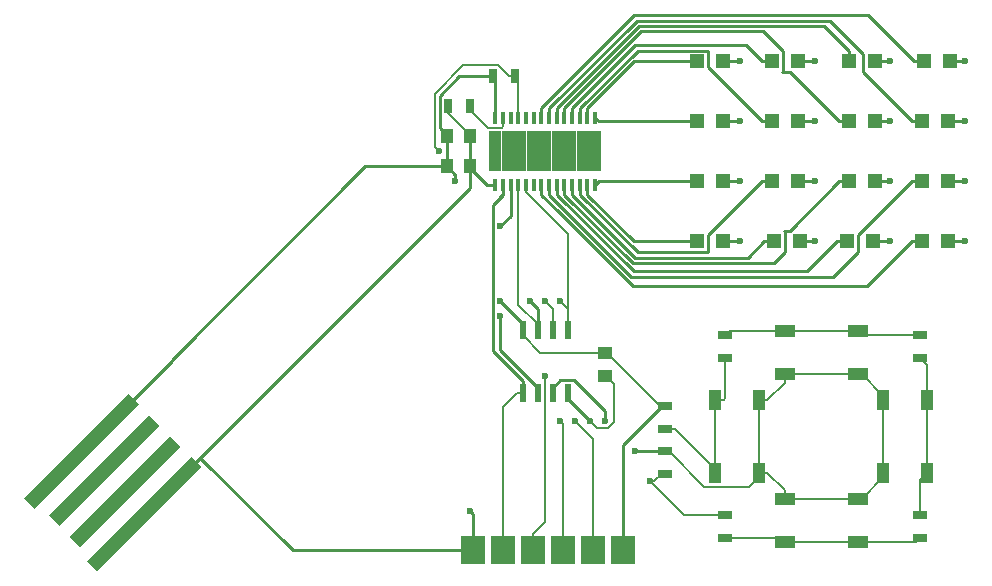
<source format=gtl>
G04 #@! TF.FileFunction,Copper,L1,Top,Signal*
%FSLAX46Y46*%
G04 Gerber Fmt 4.6, Leading zero omitted, Abs format (unit mm)*
G04 Created by KiCad (PCBNEW 4.0.7) date 09/22/17 17:03:54*
%MOMM*%
%LPD*%
G01*
G04 APERTURE LIST*
%ADD10C,0.100000*%
%ADD11R,0.700000X1.300000*%
%ADD12R,1.000000X1.250000*%
%ADD13R,1.200000X1.200000*%
%ADD14R,1.300000X0.700000*%
%ADD15R,1.100000X1.800000*%
%ADD16R,1.800000X1.100000*%
%ADD17R,0.600000X1.550000*%
%ADD18R,0.400000X1.100000*%
%ADD19R,1.100000X0.890000*%
%ADD20R,2.000000X2.400000*%
%ADD21R,1.250000X1.000000*%
%ADD22C,0.600000*%
%ADD23C,0.152400*%
%ADD24C,0.250000*%
%ADD25C,0.254000*%
G04 APERTURE END LIST*
D10*
D11*
X186060000Y-101600000D03*
X187960000Y-101600000D03*
D12*
X182150000Y-106680000D03*
X184150000Y-106680000D03*
X184150000Y-109220000D03*
X182150000Y-109220000D03*
D13*
X224620000Y-115570000D03*
X222420000Y-115570000D03*
X224620000Y-110490000D03*
X222420000Y-110490000D03*
X218270000Y-115570000D03*
X216070000Y-115570000D03*
X218440000Y-110490000D03*
X216240000Y-110490000D03*
X212090000Y-115570000D03*
X209890000Y-115570000D03*
X211920000Y-110490000D03*
X209720000Y-110490000D03*
X205570000Y-115570000D03*
X203370000Y-115570000D03*
X205570000Y-110490000D03*
X203370000Y-110490000D03*
X205570000Y-105410000D03*
X203370000Y-105410000D03*
X205570000Y-100330000D03*
X203370000Y-100330000D03*
X211920000Y-105410000D03*
X209720000Y-105410000D03*
X211920000Y-100330000D03*
X209720000Y-100330000D03*
X218440000Y-105410000D03*
X216240000Y-105410000D03*
X218440000Y-100330000D03*
X216240000Y-100330000D03*
X224620000Y-105410000D03*
X222420000Y-105410000D03*
X224790000Y-100330000D03*
X222590000Y-100330000D03*
D14*
X200660000Y-131440000D03*
X200660000Y-129540000D03*
X205740000Y-123510000D03*
X205740000Y-125410000D03*
X222250000Y-125410000D03*
X222250000Y-123510000D03*
X222250000Y-140650000D03*
X222250000Y-138750000D03*
X205740000Y-138750000D03*
X205740000Y-140650000D03*
X200660000Y-133350000D03*
X200660000Y-135250000D03*
D11*
X184150000Y-104140000D03*
X182250000Y-104140000D03*
D15*
X204906000Y-135180000D03*
X204906000Y-128980000D03*
X208606000Y-135180000D03*
X208606000Y-128980000D03*
D16*
X210768000Y-123118000D03*
X216968000Y-123118000D03*
X210768000Y-126818000D03*
X216968000Y-126818000D03*
D15*
X222830000Y-128980000D03*
X222830000Y-135180000D03*
X219130000Y-128980000D03*
X219130000Y-135180000D03*
D16*
X216968000Y-141042000D03*
X210768000Y-141042000D03*
X216968000Y-137342000D03*
X210768000Y-137342000D03*
D17*
X188595000Y-128430000D03*
X189865000Y-128430000D03*
X191135000Y-128430000D03*
X192405000Y-128430000D03*
X192405000Y-123030000D03*
X191135000Y-123030000D03*
X189865000Y-123030000D03*
X188595000Y-123030000D03*
D18*
X186275000Y-110800000D03*
X186925000Y-110800000D03*
X187575000Y-110800000D03*
X188225000Y-110800000D03*
X188875000Y-110800000D03*
X189525000Y-110800000D03*
X190175000Y-110800000D03*
X190825000Y-110800000D03*
X191475000Y-110800000D03*
X192125000Y-110800000D03*
X192775000Y-110800000D03*
X193425000Y-110800000D03*
X194075000Y-110800000D03*
X194725000Y-110800000D03*
X194725000Y-105100000D03*
X194075000Y-105100000D03*
X193425000Y-105100000D03*
X192775000Y-105100000D03*
X192125000Y-105100000D03*
X191475000Y-105100000D03*
X190825000Y-105100000D03*
X190175000Y-105100000D03*
X189525000Y-105100000D03*
X188875000Y-105100000D03*
X188225000Y-105100000D03*
X187575000Y-105100000D03*
X186925000Y-105100000D03*
X186275000Y-105100000D03*
D19*
X194725000Y-109225000D03*
X194725000Y-108375000D03*
X194725000Y-106675000D03*
X194725000Y-107525000D03*
X193668750Y-107525000D03*
X193668750Y-106675000D03*
X193668750Y-108375000D03*
X193668750Y-109225000D03*
X192612500Y-109225000D03*
X192612500Y-108375000D03*
X192612500Y-106675000D03*
X192612500Y-107525000D03*
X191556250Y-107525000D03*
X191556250Y-106675000D03*
X191556250Y-108375000D03*
X191556250Y-109225000D03*
X190500000Y-109225000D03*
X190500000Y-108375000D03*
X190500000Y-106675000D03*
X190500000Y-107525000D03*
X189443750Y-107525000D03*
X189443750Y-106675000D03*
X189443750Y-108375000D03*
X189443750Y-109225000D03*
X188387500Y-109225000D03*
X188387500Y-108375000D03*
X188387500Y-106675000D03*
X188387500Y-107525000D03*
X187331250Y-107525000D03*
X187331250Y-106675000D03*
X187331250Y-108375000D03*
X187331250Y-109225000D03*
X186275000Y-109225000D03*
X186275000Y-108375000D03*
X186275000Y-106675000D03*
X186275000Y-107525000D03*
D10*
G36*
X161414912Y-134672271D02*
X152576077Y-143511106D01*
X151692194Y-142627223D01*
X160531029Y-133788388D01*
X161414912Y-134672271D01*
X161414912Y-134672271D01*
G37*
G36*
X156111612Y-129368971D02*
X147272777Y-138207806D01*
X146388894Y-137323923D01*
X155227729Y-128485088D01*
X156111612Y-129368971D01*
X156111612Y-129368971D01*
G37*
G36*
X159627346Y-132952588D02*
X151142065Y-141437869D01*
X150258182Y-140553986D01*
X158743463Y-132068705D01*
X159627346Y-132952588D01*
X159627346Y-132952588D01*
G37*
G36*
X157831295Y-131156537D02*
X149346014Y-139641818D01*
X148462131Y-138757935D01*
X156947412Y-130272654D01*
X157831295Y-131156537D01*
X157831295Y-131156537D01*
G37*
D20*
X184404000Y-141732000D03*
X186944000Y-141732000D03*
X189484000Y-141732000D03*
X192024000Y-141732000D03*
X194564000Y-141732000D03*
X197104000Y-141732000D03*
D21*
X195580000Y-127000000D03*
X195580000Y-125000000D03*
D22*
X226060000Y-115570000D03*
X226060000Y-110490000D03*
X226060000Y-105410000D03*
X226060000Y-100330000D03*
X219710000Y-115570000D03*
X219710000Y-110490000D03*
X219710000Y-105410000D03*
X219710000Y-100330000D03*
X213360000Y-100330000D03*
X213360000Y-105410000D03*
X213360000Y-110490000D03*
X213360000Y-115570000D03*
X207010000Y-115570000D03*
X207010000Y-110490000D03*
X207010000Y-105410000D03*
X207010000Y-100330000D03*
X182880000Y-110490000D03*
X186690000Y-120650000D03*
X184150000Y-138430000D03*
X194310000Y-130810000D03*
X199390000Y-135890000D03*
X198120000Y-133350000D03*
X195580000Y-130810000D03*
X181525000Y-107950000D03*
X186690000Y-121920000D03*
X193040000Y-130810000D03*
X191770000Y-120650000D03*
X186690000Y-114300000D03*
X191770000Y-130810000D03*
X190500000Y-120650000D03*
X189230000Y-120650000D03*
X190500000Y-127000000D03*
D23*
X195580000Y-125000000D02*
X195705000Y-125000000D01*
X200245000Y-129540000D02*
X200660000Y-129540000D01*
X195705000Y-125000000D02*
X200245000Y-129540000D01*
X188595000Y-123030000D02*
X188595000Y-123505000D01*
X188595000Y-123505000D02*
X190090000Y-125000000D01*
X190090000Y-125000000D02*
X194802600Y-125000000D01*
X194802600Y-125000000D02*
X195580000Y-125000000D01*
D24*
X181574999Y-105979999D02*
X181576999Y-103229999D01*
X181576999Y-103229999D02*
X181574999Y-103229999D01*
D25*
X186060000Y-101600000D02*
X183206998Y-101600000D01*
X183206998Y-101600000D02*
X181576999Y-103229999D01*
X186275000Y-105100000D02*
X186275000Y-101815000D01*
X186275000Y-101815000D02*
X186060000Y-101600000D01*
X224620000Y-115570000D02*
X226060000Y-115570000D01*
X224620000Y-110490000D02*
X226060000Y-110490000D01*
X224620000Y-105410000D02*
X226060000Y-105410000D01*
X224790000Y-100330000D02*
X226060000Y-100330000D01*
X218270000Y-115570000D02*
X219710000Y-115570000D01*
X218440000Y-110490000D02*
X219710000Y-110490000D01*
X218440000Y-105410000D02*
X219710000Y-105410000D01*
X218440000Y-100330000D02*
X219710000Y-100330000D01*
X211920000Y-100330000D02*
X213360000Y-100330000D01*
X211920000Y-105410000D02*
X213360000Y-105410000D01*
X211920000Y-110490000D02*
X213360000Y-110490000D01*
X212090000Y-115570000D02*
X213360000Y-115570000D01*
X205570000Y-115570000D02*
X207010000Y-115570000D01*
X205570000Y-110490000D02*
X207010000Y-110490000D01*
X205570000Y-105410000D02*
X207010000Y-105410000D01*
X205570000Y-100330000D02*
X207010000Y-100330000D01*
X182880000Y-110490000D02*
X182880000Y-109950000D01*
X182880000Y-109950000D02*
X182150000Y-109220000D01*
X188595000Y-122555000D02*
X186690000Y-120650000D01*
X188595000Y-122555000D02*
X188595000Y-123030000D01*
X197104000Y-141732000D02*
X197104000Y-132796000D01*
X197104000Y-132796000D02*
X200360000Y-129540000D01*
X200360000Y-129540000D02*
X200660000Y-129540000D01*
X158866700Y-125613300D02*
X175260000Y-109220000D01*
X175260000Y-109220000D02*
X182150000Y-109220000D01*
X151250253Y-133346447D02*
X158866700Y-125730000D01*
X158866700Y-125730000D02*
X158866700Y-125613300D01*
D24*
X182150000Y-106680000D02*
X182150000Y-106555000D01*
X182150000Y-106555000D02*
X181574999Y-105979999D01*
X182150000Y-106680000D02*
X182150000Y-107555000D01*
X182150000Y-107555000D02*
X182150000Y-109220000D01*
D25*
X184404000Y-139954000D02*
X184404000Y-138684000D01*
X184404000Y-138684000D02*
X184150000Y-138430000D01*
X192405000Y-128430000D02*
X192405000Y-128905000D01*
X192405000Y-128905000D02*
X194310000Y-130810000D01*
X184404000Y-141732000D02*
X184404000Y-139954000D01*
D23*
X195580000Y-127000000D02*
X195705000Y-127000000D01*
X195705000Y-127000000D02*
X196357400Y-127652400D01*
X196357400Y-127652400D02*
X196357400Y-130885378D01*
X196357400Y-130885378D02*
X195856577Y-131386201D01*
X195856577Y-131386201D02*
X194886201Y-131386201D01*
X194886201Y-131386201D02*
X194609999Y-131109999D01*
X194609999Y-131109999D02*
X194310000Y-130810000D01*
X184150000Y-106680000D02*
X184150000Y-106555000D01*
X184150000Y-106555000D02*
X182250000Y-104655000D01*
X182250000Y-104655000D02*
X182250000Y-104140000D01*
D25*
X156553553Y-138649747D02*
X161290000Y-133913300D01*
X161290000Y-133913300D02*
X184150000Y-111053300D01*
X184404000Y-141732000D02*
X169108700Y-141732000D01*
X169108700Y-141732000D02*
X161290000Y-133913300D01*
X184150000Y-111053300D02*
X184150000Y-109220000D01*
D24*
X184150000Y-109220000D02*
X184150000Y-109345000D01*
X184150000Y-109345000D02*
X185605000Y-110800000D01*
X185605000Y-110800000D02*
X185825000Y-110800000D01*
X185825000Y-110800000D02*
X186275000Y-110800000D01*
X184150000Y-106680000D02*
X184150000Y-109220000D01*
D23*
X200660000Y-135250000D02*
X200360000Y-135250000D01*
X200360000Y-135250000D02*
X199720000Y-135890000D01*
X199720000Y-135890000D02*
X199390000Y-135890000D01*
X205740000Y-138750000D02*
X202250000Y-138750000D01*
X202250000Y-138750000D02*
X199390000Y-135890000D01*
X185922600Y-110800000D02*
X186275000Y-110800000D01*
D24*
X190175000Y-110800000D02*
X190175000Y-111600000D01*
X190175000Y-111600000D02*
X191605000Y-113030000D01*
X191618590Y-113030000D02*
X197968590Y-119380000D01*
X191605000Y-113030000D02*
X191618590Y-113030000D01*
X197968590Y-119380000D02*
X217760000Y-119380000D01*
X217760000Y-119380000D02*
X221570000Y-115570000D01*
X221570000Y-115570000D02*
X222420000Y-115570000D01*
X222420000Y-110490000D02*
X221570000Y-110490000D01*
X221570000Y-110490000D02*
X216995001Y-115064999D01*
X216995001Y-115064999D02*
X216995001Y-116430001D01*
X216995001Y-116430001D02*
X214864992Y-118560010D01*
X214864992Y-118560010D02*
X197785010Y-118560010D01*
X197785010Y-118560010D02*
X190825000Y-111600000D01*
X190825000Y-111600000D02*
X190825000Y-110800000D01*
X212680000Y-118110000D02*
X197985000Y-118110000D01*
X197985000Y-118110000D02*
X191475000Y-111600000D01*
X191475000Y-111600000D02*
X191475000Y-110800000D01*
X216070000Y-115570000D02*
X215220000Y-115570000D01*
X215220000Y-115570000D02*
X212680000Y-118110000D01*
X209849983Y-117395019D02*
X197920019Y-117395019D01*
X197920019Y-117395019D02*
X192125000Y-111600000D01*
X192125000Y-111600000D02*
X192125000Y-110800000D01*
X216240000Y-110490000D02*
X215390000Y-110490000D01*
X215390000Y-110490000D02*
X211235001Y-114644999D01*
X211235001Y-114644999D02*
X210750001Y-114644999D01*
X210815001Y-116430001D02*
X209849983Y-117395019D01*
X210750001Y-114644999D02*
X210815001Y-114709999D01*
X210815001Y-114709999D02*
X210815001Y-116430001D01*
X209890000Y-115570000D02*
X209040000Y-115570000D01*
X209040000Y-115570000D02*
X207664990Y-116945010D01*
X192775000Y-111600000D02*
X192775000Y-110800000D01*
X207664990Y-116945010D02*
X198120010Y-116945010D01*
X198120010Y-116945010D02*
X192775000Y-111600000D01*
X209720000Y-110490000D02*
X208870000Y-110490000D01*
X208870000Y-110490000D02*
X204295001Y-115064999D01*
X204295001Y-115064999D02*
X204295001Y-116430001D01*
X198320001Y-116495001D02*
X193425000Y-111600000D01*
X204295001Y-116430001D02*
X204230001Y-116495001D01*
X204230001Y-116495001D02*
X198320001Y-116495001D01*
X193425000Y-111600000D02*
X193425000Y-110800000D01*
X203370000Y-115570000D02*
X198045000Y-115570000D01*
X198045000Y-115570000D02*
X194075000Y-111600000D01*
X194075000Y-111600000D02*
X194075000Y-110800000D01*
X203370000Y-110490000D02*
X195035000Y-110490000D01*
X195035000Y-110490000D02*
X194725000Y-110800000D01*
X203370000Y-105410000D02*
X195035000Y-105410000D01*
X195035000Y-105410000D02*
X194725000Y-105100000D01*
X203370000Y-100330000D02*
X198045000Y-100330000D01*
X198045000Y-100330000D02*
X194075000Y-104300000D01*
X194075000Y-104300000D02*
X194075000Y-105100000D01*
X209720000Y-105410000D02*
X208870000Y-105410000D01*
X208870000Y-105410000D02*
X204295001Y-100835001D01*
X204295001Y-100835001D02*
X204295001Y-99469999D01*
X204295001Y-99469999D02*
X204230001Y-99404999D01*
X204230001Y-99404999D02*
X198320001Y-99404999D01*
X198320001Y-99404999D02*
X193425000Y-104300000D01*
X193425000Y-104300000D02*
X193425000Y-105100000D01*
X209720000Y-100330000D02*
X208870000Y-100330000D01*
X208870000Y-100330000D02*
X207494990Y-98954990D01*
X207494990Y-98954990D02*
X198120010Y-98954990D01*
X198120010Y-98954990D02*
X192775000Y-104300000D01*
X192775000Y-104300000D02*
X192775000Y-105100000D01*
X208965002Y-97790000D02*
X198635000Y-97790000D01*
X198635000Y-97790000D02*
X192125000Y-104300000D01*
X192125000Y-104300000D02*
X192125000Y-105100000D01*
X216240000Y-105410000D02*
X215390000Y-105410000D01*
X210645001Y-101190001D02*
X210645001Y-99469999D01*
X215390000Y-105410000D02*
X211235001Y-101255001D01*
X211235001Y-101255001D02*
X210580001Y-101255001D01*
X210580001Y-101255001D02*
X210645001Y-101190001D01*
X210645001Y-99469999D02*
X208965002Y-97790000D01*
X216240000Y-100330000D02*
X216240000Y-99480000D01*
X216240000Y-99480000D02*
X214099991Y-97339991D01*
X214099991Y-97339991D02*
X198435009Y-97339991D01*
X198435009Y-97339991D02*
X191475000Y-104300000D01*
X191475000Y-104300000D02*
X191475000Y-105100000D01*
X190825000Y-104300000D02*
X190825000Y-105085000D01*
X190825000Y-105085000D02*
X190825000Y-105100000D01*
X222420000Y-105410000D02*
X221570000Y-105410000D01*
X221570000Y-105410000D02*
X217415001Y-101255001D01*
X217415001Y-101255001D02*
X217415001Y-99719999D01*
X217415001Y-99719999D02*
X214584983Y-96889981D01*
X214584983Y-96889981D02*
X198235019Y-96889981D01*
X198235019Y-96889981D02*
X190825000Y-104300000D01*
X222590000Y-100330000D02*
X221740000Y-100330000D01*
X221740000Y-100330000D02*
X217849971Y-96439971D01*
X217849971Y-96439971D02*
X198035029Y-96439971D01*
X198035029Y-96439971D02*
X190175000Y-104300000D01*
X190175000Y-104300000D02*
X190175000Y-105100000D01*
D23*
X204906000Y-135180000D02*
X204906000Y-134830000D01*
X204906000Y-134830000D02*
X204906000Y-128980000D01*
X204906000Y-129330000D02*
X204906000Y-128980000D01*
X204906000Y-134830000D02*
X201516000Y-131440000D01*
X201516000Y-131440000D02*
X201462400Y-131440000D01*
X201462400Y-131440000D02*
X200660000Y-131440000D01*
X205740000Y-125410000D02*
X205740000Y-128848400D01*
X205740000Y-128848400D02*
X205608400Y-128980000D01*
X205608400Y-128980000D02*
X204906000Y-128980000D01*
X210768000Y-123118000D02*
X216968000Y-123118000D01*
X210768000Y-123118000D02*
X206132000Y-123118000D01*
X206132000Y-123118000D02*
X205740000Y-123510000D01*
X222250000Y-123510000D02*
X217360000Y-123510000D01*
X217360000Y-123510000D02*
X216968000Y-123118000D01*
X222830000Y-135180000D02*
X222830000Y-128980000D01*
X222830000Y-128980000D02*
X222830000Y-125990000D01*
X222830000Y-125990000D02*
X222250000Y-125410000D01*
X222250000Y-138750000D02*
X222250000Y-135760000D01*
X222250000Y-135760000D02*
X222830000Y-135180000D01*
X216968000Y-141042000D02*
X210768000Y-141042000D01*
X216968000Y-141042000D02*
X221858000Y-141042000D01*
X221858000Y-141042000D02*
X222250000Y-140650000D01*
X205740000Y-140650000D02*
X210376000Y-140650000D01*
X210376000Y-140650000D02*
X210768000Y-141042000D01*
X219130000Y-135180000D02*
X219130000Y-128980000D01*
X210768000Y-137342000D02*
X216968000Y-137342000D01*
X208606000Y-128980000D02*
X208606000Y-129330000D01*
X208606000Y-129330000D02*
X208606000Y-135180000D01*
X216968000Y-126818000D02*
X215915600Y-126818000D01*
X215915600Y-126818000D02*
X210768000Y-126818000D01*
D25*
X198120000Y-133350000D02*
X200660000Y-133350000D01*
X191135000Y-128430000D02*
X191135000Y-127955000D01*
X191135000Y-127955000D02*
X191762001Y-127327999D01*
X191762001Y-127327999D02*
X192966601Y-127327999D01*
X192966601Y-127327999D02*
X195580000Y-129941398D01*
X195580000Y-129941398D02*
X195580000Y-130810000D01*
D23*
X208606000Y-135180000D02*
X208606000Y-135530000D01*
X208606000Y-135530000D02*
X207779799Y-136356201D01*
X207779799Y-136356201D02*
X203966201Y-136356201D01*
X200960000Y-133350000D02*
X200660000Y-133350000D01*
X203966201Y-136356201D02*
X200960000Y-133350000D01*
X208606000Y-128980000D02*
X209308400Y-128980000D01*
X209308400Y-128980000D02*
X210768000Y-127520400D01*
X210768000Y-127520400D02*
X210768000Y-126818000D01*
X219130000Y-128980000D02*
X219130000Y-128630000D01*
X219130000Y-128630000D02*
X217318000Y-126818000D01*
X217318000Y-126818000D02*
X216968000Y-126818000D01*
X216968000Y-137342000D02*
X217318000Y-137342000D01*
X217318000Y-137342000D02*
X219130000Y-135530000D01*
X219130000Y-135530000D02*
X219130000Y-135180000D01*
X208606000Y-135180000D02*
X209308400Y-135180000D01*
X209308400Y-135180000D02*
X210768000Y-136639600D01*
X210768000Y-136639600D02*
X210768000Y-137342000D01*
X184150000Y-104140000D02*
X184150000Y-104440000D01*
X184150000Y-104440000D02*
X185636201Y-105926201D01*
X185636201Y-105926201D02*
X186801199Y-105926201D01*
X186801199Y-105926201D02*
X186925000Y-105802400D01*
X186925000Y-105802400D02*
X186925000Y-105100000D01*
X186851200Y-105026200D02*
X186925000Y-105100000D01*
X187960000Y-101600000D02*
X187457600Y-101600000D01*
X187457600Y-101600000D02*
X186531399Y-100673799D01*
X181173789Y-103062985D02*
X181173789Y-107598789D01*
X186531399Y-100673799D02*
X183562975Y-100673799D01*
X183562975Y-100673799D02*
X181173789Y-103062985D01*
X181173789Y-107598789D02*
X181525000Y-107950000D01*
X188225000Y-105100000D02*
X188225000Y-101865000D01*
X188225000Y-101865000D02*
X187960000Y-101600000D01*
D25*
X186690000Y-121920000D02*
X186690000Y-124780000D01*
X186690000Y-124780000D02*
X189865000Y-127955000D01*
X189865000Y-127955000D02*
X189865000Y-128430000D01*
D23*
X186944000Y-141732000D02*
X186944000Y-129628600D01*
X186944000Y-129628600D02*
X188142600Y-128430000D01*
X188142600Y-128430000D02*
X188595000Y-128430000D01*
D25*
X186925000Y-110800000D02*
X186925000Y-111604000D01*
X188595000Y-127401000D02*
X188595000Y-128430000D01*
X186925000Y-111604000D02*
X186062999Y-112466001D01*
X186062999Y-112466001D02*
X186062999Y-124868999D01*
X186062999Y-124868999D02*
X188595000Y-127401000D01*
D23*
X186707206Y-111792812D02*
X186925000Y-111575018D01*
X186925000Y-111575018D02*
X186925000Y-110800000D01*
X194564000Y-141732000D02*
X194564000Y-132334000D01*
X194564000Y-132334000D02*
X193040000Y-130810000D01*
X192405000Y-123030000D02*
X192405000Y-121285000D01*
X192405000Y-121285000D02*
X191770000Y-120650000D01*
X192405000Y-123030000D02*
X192405000Y-114927162D01*
X192405000Y-114927162D02*
X188875000Y-111397162D01*
X188875000Y-111397162D02*
X188875000Y-110800000D01*
X192024000Y-141732000D02*
X192024000Y-131064000D01*
X192024000Y-131064000D02*
X191770000Y-130810000D01*
D25*
X187575000Y-110800000D02*
X187575000Y-113415000D01*
X187575000Y-113415000D02*
X186690000Y-114300000D01*
D23*
X191135000Y-123030000D02*
X191135000Y-121285000D01*
X191135000Y-121285000D02*
X190500000Y-120650000D01*
X189484000Y-141732000D02*
X189484000Y-140379600D01*
X189484000Y-140379600D02*
X190500000Y-139363600D01*
X190500000Y-139363600D02*
X190500000Y-127424264D01*
X190500000Y-127424264D02*
X190500000Y-127000000D01*
D25*
X189230000Y-120650000D02*
X189865000Y-121285000D01*
X189865000Y-121285000D02*
X189865000Y-123030000D01*
D23*
X189865000Y-123030000D02*
X189865000Y-122555000D01*
X189865000Y-122555000D02*
X188225000Y-120915000D01*
X188225000Y-120915000D02*
X188225000Y-111502400D01*
X188225000Y-111502400D02*
X188225000Y-110800000D01*
M02*

</source>
